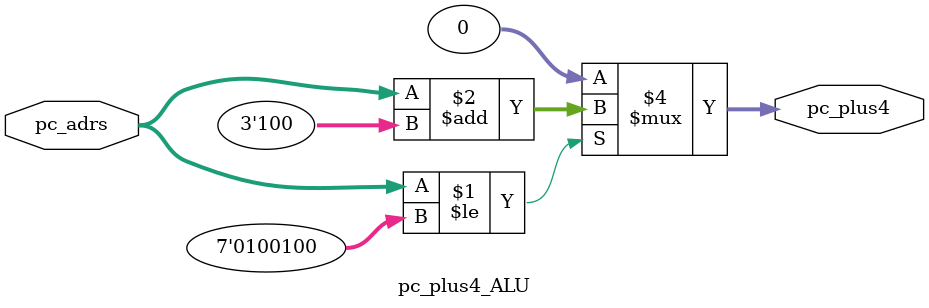
<source format=v>
`timescale 1ns / 1ps


(* keep_hierarchy = "yes" *) module pc_plus4_ALU(
    input wire [31:0] pc_adrs,
    output wire  [31:0] pc_plus4
    );
   
       
   assign pc_plus4 = (pc_adrs <= 7'd36) ? pc_adrs + 3'd4 : 3'd0;
 
 
endmodule

</source>
